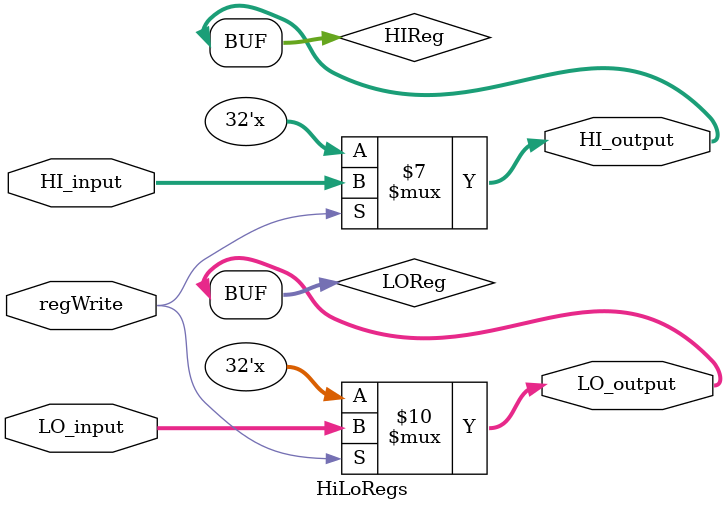
<source format=v>
`timescale 1ns / 1ps


module HiLoRegs( HI_input, LO_input, regWrite, HI_output, LO_output

    );
    input [31:0] HI_input, LO_input; 
    input regWrite;

    output [31:0] HI_output, LO_output;

    
    
    reg [31:0] HIReg, LOReg; 
    
    assign HI_output = HIReg;
    assign LO_output  = LOReg;
    
    initial begin
        HIReg = 0;
        LOReg = 0;
    end
    
    always @ (LO_input) begin
    if (regWrite == 1) begin
        LOReg = LO_input;
        end
        end
    always @ (HI_input) begin
        if (regWrite == 1) begin
        HIReg = HI_input;
        end
    end
    
endmodule

</source>
